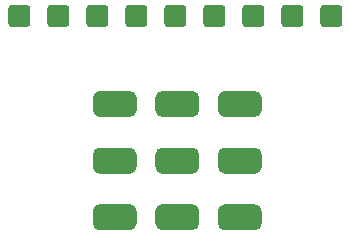
<source format=gbr>
%TF.GenerationSoftware,KiCad,Pcbnew,5.1.7*%
%TF.CreationDate,2020-10-03T21:56:47+01:00*%
%TF.ProjectId,3PDT,33504454-2e6b-4696-9361-645f70636258,V1.0*%
%TF.SameCoordinates,Original*%
%TF.FileFunction,Soldermask,Bot*%
%TF.FilePolarity,Negative*%
%FSLAX46Y46*%
G04 Gerber Fmt 4.6, Leading zero omitted, Abs format (unit mm)*
G04 Created by KiCad (PCBNEW 5.1.7) date 2020-10-03 21:56:47*
%MOMM*%
%LPD*%
G01*
G04 APERTURE LIST*
G04 APERTURE END LIST*
%TO.C,J1*%
G36*
G01*
X126583000Y-67223001D02*
X126583000Y-65872999D01*
G75*
G02*
X126832999Y-65623000I249999J0D01*
G01*
X128183001Y-65623000D01*
G75*
G02*
X128433000Y-65872999I0J-249999D01*
G01*
X128433000Y-67223001D01*
G75*
G02*
X128183001Y-67473000I-249999J0D01*
G01*
X126832999Y-67473000D01*
G75*
G02*
X126583000Y-67223001I0J249999D01*
G01*
G37*
%TD*%
%TO.C,J2*%
G36*
G01*
X129885000Y-67223001D02*
X129885000Y-65872999D01*
G75*
G02*
X130134999Y-65623000I249999J0D01*
G01*
X131485001Y-65623000D01*
G75*
G02*
X131735000Y-65872999I0J-249999D01*
G01*
X131735000Y-67223001D01*
G75*
G02*
X131485001Y-67473000I-249999J0D01*
G01*
X130134999Y-67473000D01*
G75*
G02*
X129885000Y-67223001I0J249999D01*
G01*
G37*
%TD*%
%TO.C,J3*%
G36*
G01*
X133187000Y-67223001D02*
X133187000Y-65872999D01*
G75*
G02*
X133436999Y-65623000I249999J0D01*
G01*
X134787001Y-65623000D01*
G75*
G02*
X135037000Y-65872999I0J-249999D01*
G01*
X135037000Y-67223001D01*
G75*
G02*
X134787001Y-67473000I-249999J0D01*
G01*
X133436999Y-67473000D01*
G75*
G02*
X133187000Y-67223001I0J249999D01*
G01*
G37*
%TD*%
%TO.C,J4*%
G36*
G01*
X136489000Y-67223001D02*
X136489000Y-65872999D01*
G75*
G02*
X136738999Y-65623000I249999J0D01*
G01*
X138089001Y-65623000D01*
G75*
G02*
X138339000Y-65872999I0J-249999D01*
G01*
X138339000Y-67223001D01*
G75*
G02*
X138089001Y-67473000I-249999J0D01*
G01*
X136738999Y-67473000D01*
G75*
G02*
X136489000Y-67223001I0J249999D01*
G01*
G37*
%TD*%
%TO.C,J5*%
G36*
G01*
X139791000Y-67223001D02*
X139791000Y-65872999D01*
G75*
G02*
X140040999Y-65623000I249999J0D01*
G01*
X141391001Y-65623000D01*
G75*
G02*
X141641000Y-65872999I0J-249999D01*
G01*
X141641000Y-67223001D01*
G75*
G02*
X141391001Y-67473000I-249999J0D01*
G01*
X140040999Y-67473000D01*
G75*
G02*
X139791000Y-67223001I0J249999D01*
G01*
G37*
%TD*%
%TO.C,J6*%
G36*
G01*
X143093000Y-67223001D02*
X143093000Y-65872999D01*
G75*
G02*
X143342999Y-65623000I249999J0D01*
G01*
X144693001Y-65623000D01*
G75*
G02*
X144943000Y-65872999I0J-249999D01*
G01*
X144943000Y-67223001D01*
G75*
G02*
X144693001Y-67473000I-249999J0D01*
G01*
X143342999Y-67473000D01*
G75*
G02*
X143093000Y-67223001I0J249999D01*
G01*
G37*
%TD*%
%TO.C,J7*%
G36*
G01*
X146395000Y-67223001D02*
X146395000Y-65872999D01*
G75*
G02*
X146644999Y-65623000I249999J0D01*
G01*
X147995001Y-65623000D01*
G75*
G02*
X148245000Y-65872999I0J-249999D01*
G01*
X148245000Y-67223001D01*
G75*
G02*
X147995001Y-67473000I-249999J0D01*
G01*
X146644999Y-67473000D01*
G75*
G02*
X146395000Y-67223001I0J249999D01*
G01*
G37*
%TD*%
%TO.C,J8*%
G36*
G01*
X149697000Y-67223001D02*
X149697000Y-65872999D01*
G75*
G02*
X149946999Y-65623000I249999J0D01*
G01*
X151297001Y-65623000D01*
G75*
G02*
X151547000Y-65872999I0J-249999D01*
G01*
X151547000Y-67223001D01*
G75*
G02*
X151297001Y-67473000I-249999J0D01*
G01*
X149946999Y-67473000D01*
G75*
G02*
X149697000Y-67223001I0J249999D01*
G01*
G37*
%TD*%
%TO.C,J9*%
G36*
G01*
X152999000Y-67223001D02*
X152999000Y-65872999D01*
G75*
G02*
X153248999Y-65623000I249999J0D01*
G01*
X154599001Y-65623000D01*
G75*
G02*
X154849000Y-65872999I0J-249999D01*
G01*
X154849000Y-67223001D01*
G75*
G02*
X154599001Y-67473000I-249999J0D01*
G01*
X153248999Y-67473000D01*
G75*
G02*
X152999000Y-67223001I0J249999D01*
G01*
G37*
%TD*%
%TO.C,sw1*%
G36*
G01*
X133738680Y-74549220D02*
X133738680Y-73447620D01*
G75*
G02*
X134289480Y-72896820I550800J0D01*
G01*
X136891080Y-72896820D01*
G75*
G02*
X137441880Y-73447620I0J-550800D01*
G01*
X137441880Y-74549220D01*
G75*
G02*
X136891080Y-75100020I-550800J0D01*
G01*
X134289480Y-75100020D01*
G75*
G02*
X133738680Y-74549220I0J550800D01*
G01*
G37*
G36*
G01*
X133736140Y-79349820D02*
X133736140Y-78248220D01*
G75*
G02*
X134286940Y-77697420I550800J0D01*
G01*
X136888540Y-77697420D01*
G75*
G02*
X137439340Y-78248220I0J-550800D01*
G01*
X137439340Y-79349820D01*
G75*
G02*
X136888540Y-79900620I-550800J0D01*
G01*
X134286940Y-79900620D01*
G75*
G02*
X133736140Y-79349820I0J550800D01*
G01*
G37*
G36*
G01*
X133737120Y-84144740D02*
X133737120Y-83043140D01*
G75*
G02*
X134287920Y-82492340I550800J0D01*
G01*
X136889520Y-82492340D01*
G75*
G02*
X137440320Y-83043140I0J-550800D01*
G01*
X137440320Y-84144740D01*
G75*
G02*
X136889520Y-84695540I-550800J0D01*
G01*
X134287920Y-84695540D01*
G75*
G02*
X133737120Y-84144740I0J550800D01*
G01*
G37*
G36*
G01*
X139037120Y-74546680D02*
X139037120Y-73445080D01*
G75*
G02*
X139587920Y-72894280I550800J0D01*
G01*
X142189520Y-72894280D01*
G75*
G02*
X142740320Y-73445080I0J-550800D01*
G01*
X142740320Y-74546680D01*
G75*
G02*
X142189520Y-75097480I-550800J0D01*
G01*
X139587920Y-75097480D01*
G75*
G02*
X139037120Y-74546680I0J550800D01*
G01*
G37*
G36*
G01*
X144330480Y-79346680D02*
X144330480Y-78245080D01*
G75*
G02*
X144881280Y-77694280I550800J0D01*
G01*
X147482880Y-77694280D01*
G75*
G02*
X148033680Y-78245080I0J-550800D01*
G01*
X148033680Y-79346680D01*
G75*
G02*
X147482880Y-79897480I-550800J0D01*
G01*
X144881280Y-79897480D01*
G75*
G02*
X144330480Y-79346680I0J550800D01*
G01*
G37*
G36*
G01*
X139032920Y-79349220D02*
X139032920Y-78247620D01*
G75*
G02*
X139583720Y-77696820I550800J0D01*
G01*
X142185320Y-77696820D01*
G75*
G02*
X142736120Y-78247620I0J-550800D01*
G01*
X142736120Y-79349220D01*
G75*
G02*
X142185320Y-79900020I-550800J0D01*
G01*
X139583720Y-79900020D01*
G75*
G02*
X139032920Y-79349220I0J550800D01*
G01*
G37*
G36*
G01*
X139032040Y-84137120D02*
X139032040Y-83035520D01*
G75*
G02*
X139582840Y-82484720I550800J0D01*
G01*
X142184440Y-82484720D01*
G75*
G02*
X142735240Y-83035520I0J-550800D01*
G01*
X142735240Y-84137120D01*
G75*
G02*
X142184440Y-84687920I-550800J0D01*
G01*
X139582840Y-84687920D01*
G75*
G02*
X139032040Y-84137120I0J550800D01*
G01*
G37*
G36*
G01*
X144322860Y-84147280D02*
X144322860Y-83045680D01*
G75*
G02*
X144873660Y-82494880I550800J0D01*
G01*
X147475260Y-82494880D01*
G75*
G02*
X148026060Y-83045680I0J-550800D01*
G01*
X148026060Y-84147280D01*
G75*
G02*
X147475260Y-84698080I-550800J0D01*
G01*
X144873660Y-84698080D01*
G75*
G02*
X144322860Y-84147280I0J550800D01*
G01*
G37*
G36*
G01*
X144329640Y-74547280D02*
X144329640Y-73445680D01*
G75*
G02*
X144880440Y-72894880I550800J0D01*
G01*
X147482040Y-72894880D01*
G75*
G02*
X148032840Y-73445680I0J-550800D01*
G01*
X148032840Y-74547280D01*
G75*
G02*
X147482040Y-75098080I-550800J0D01*
G01*
X144880440Y-75098080D01*
G75*
G02*
X144329640Y-74547280I0J550800D01*
G01*
G37*
%TD*%
M02*

</source>
